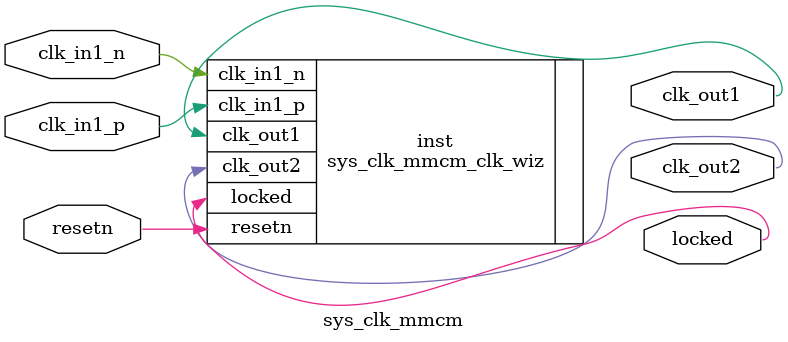
<source format=v>


`timescale 1ps/1ps

(* CORE_GENERATION_INFO = "sys_clk_mmcm,clk_wiz_v5_4_3_0,{component_name=sys_clk_mmcm,use_phase_alignment=true,use_min_o_jitter=false,use_max_i_jitter=false,use_dyn_phase_shift=false,use_inclk_switchover=false,use_dyn_reconfig=false,enable_axi=0,feedback_source=FDBK_AUTO,PRIMITIVE=MMCM,num_out_clk=2,clkin1_period=5.000,clkin2_period=10.0,use_power_down=false,use_reset=true,use_locked=true,use_inclk_stopped=false,feedback_type=SINGLE,CLOCK_MGR_TYPE=NA,manual_override=false}" *)

module sys_clk_mmcm 
 (
  // Clock out ports
  output        clk_out1,
  output        clk_out2,
  // Status and control signals
  input         resetn,
  output        locked,
 // Clock in ports
  input         clk_in1_p,
  input         clk_in1_n
 );

  sys_clk_mmcm_clk_wiz inst
  (
  // Clock out ports  
  .clk_out1(clk_out1),
  .clk_out2(clk_out2),
  // Status and control signals               
  .resetn(resetn), 
  .locked(locked),
 // Clock in ports
  .clk_in1_p(clk_in1_p),
  .clk_in1_n(clk_in1_n)
  );

endmodule

</source>
